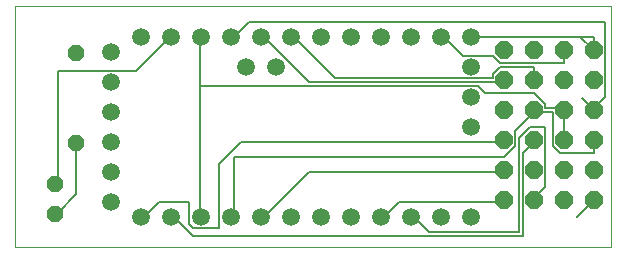
<source format=gtl>
G75*
%MOIN*%
%OFA0B0*%
%FSLAX25Y25*%
%IPPOS*%
%LPD*%
%AMOC8*
5,1,8,0,0,1.08239X$1,22.5*
%
%ADD10C,0.00000*%
%ADD11OC8,0.06000*%
%ADD12OC8,0.05200*%
%ADD13C,0.05937*%
%ADD14C,0.00500*%
D10*
X0024595Y0001256D02*
X0024595Y0081717D01*
X0223296Y0081717D01*
X0223296Y0001256D01*
X0024595Y0001256D01*
D11*
X0187595Y0016756D03*
X0197595Y0016756D03*
X0207595Y0016756D03*
X0217595Y0016756D03*
X0217595Y0026756D03*
X0207595Y0026756D03*
X0197595Y0026756D03*
X0187595Y0026756D03*
X0187595Y0036756D03*
X0197595Y0036756D03*
X0207595Y0036756D03*
X0217595Y0036756D03*
X0217595Y0046756D03*
X0207595Y0046756D03*
X0197595Y0046756D03*
X0187595Y0046756D03*
X0187595Y0056756D03*
X0197595Y0056756D03*
X0207595Y0056756D03*
X0217595Y0056756D03*
X0217595Y0066756D03*
X0207595Y0066756D03*
X0197595Y0066756D03*
X0187595Y0066756D03*
D12*
X0045095Y0065756D03*
X0045095Y0035756D03*
X0038095Y0022256D03*
X0038095Y0012256D03*
D13*
X0056595Y0016256D03*
X0066595Y0011256D03*
X0076595Y0011256D03*
X0086595Y0011256D03*
X0096595Y0011256D03*
X0106595Y0011256D03*
X0116595Y0011256D03*
X0126595Y0011256D03*
X0136595Y0011256D03*
X0146595Y0011256D03*
X0156595Y0011256D03*
X0166595Y0011256D03*
X0176595Y0011256D03*
X0176595Y0041256D03*
X0176595Y0051256D03*
X0176595Y0061256D03*
X0176595Y0071256D03*
X0166595Y0071256D03*
X0156595Y0071256D03*
X0146595Y0071256D03*
X0136595Y0071256D03*
X0126595Y0071256D03*
X0116595Y0071256D03*
X0106595Y0071256D03*
X0096595Y0071256D03*
X0086595Y0071256D03*
X0076595Y0071256D03*
X0066595Y0071256D03*
X0056595Y0066256D03*
X0056595Y0056256D03*
X0056595Y0046256D03*
X0056595Y0036256D03*
X0056595Y0026256D03*
X0101595Y0061256D03*
X0111595Y0061256D03*
D14*
X0107595Y0071256D02*
X0122595Y0056256D01*
X0187595Y0056256D01*
X0187595Y0056756D01*
X0183845Y0057506D02*
X0183845Y0058756D01*
X0186345Y0061256D01*
X0197595Y0061256D01*
X0197595Y0056756D01*
X0197595Y0052506D02*
X0181345Y0052506D01*
X0178845Y0055006D01*
X0086345Y0055006D01*
X0086345Y0011256D01*
X0086595Y0011256D01*
X0083845Y0007506D02*
X0082595Y0008756D01*
X0082595Y0016256D01*
X0072595Y0016256D01*
X0067595Y0011256D01*
X0066595Y0011256D01*
X0076595Y0011256D02*
X0077595Y0011256D01*
X0083845Y0005006D01*
X0193845Y0005006D01*
X0193845Y0032506D01*
X0197595Y0036256D01*
X0197595Y0036756D01*
X0196345Y0041256D02*
X0192595Y0037506D01*
X0192595Y0006256D01*
X0162595Y0006256D01*
X0157595Y0011256D01*
X0156595Y0011256D01*
X0152595Y0016256D02*
X0147595Y0011256D01*
X0146595Y0011256D01*
X0152595Y0016256D02*
X0187595Y0016256D01*
X0187595Y0016756D01*
X0197595Y0016756D02*
X0197595Y0017506D01*
X0201345Y0021256D01*
X0201345Y0041256D01*
X0196345Y0041256D01*
X0191345Y0040006D02*
X0191345Y0035006D01*
X0187595Y0031256D01*
X0097595Y0031256D01*
X0097595Y0011256D01*
X0096595Y0011256D01*
X0092595Y0007506D02*
X0092595Y0028756D01*
X0100095Y0036256D01*
X0187595Y0036256D01*
X0187595Y0036756D01*
X0191345Y0040006D02*
X0197595Y0046256D01*
X0197595Y0046756D01*
X0197595Y0046256D02*
X0203845Y0046256D01*
X0203845Y0035006D01*
X0206345Y0032506D01*
X0217595Y0032506D01*
X0217595Y0036756D01*
X0207595Y0036756D02*
X0207595Y0046756D01*
X0207595Y0047506D01*
X0201345Y0047506D01*
X0201345Y0048756D01*
X0197595Y0052506D01*
X0183845Y0057506D02*
X0131345Y0057506D01*
X0117595Y0071256D01*
X0116595Y0071256D01*
X0107595Y0071256D02*
X0106595Y0071256D01*
X0102595Y0076256D02*
X0097595Y0071256D01*
X0096595Y0071256D01*
X0102595Y0076256D02*
X0221345Y0076256D01*
X0221345Y0051256D01*
X0217595Y0047506D01*
X0217595Y0046756D01*
X0213595Y0050756D01*
X0207595Y0062506D02*
X0207595Y0066756D01*
X0207595Y0062506D02*
X0186345Y0062506D01*
X0183845Y0065006D01*
X0173845Y0065006D01*
X0167595Y0071256D01*
X0166595Y0071256D01*
X0176595Y0071256D02*
X0217595Y0071256D01*
X0217595Y0066756D01*
X0213095Y0071256D01*
X0187595Y0026756D02*
X0187595Y0026256D01*
X0122595Y0026256D01*
X0107595Y0011256D01*
X0106595Y0011256D01*
X0092595Y0007506D02*
X0083845Y0007506D01*
X0045095Y0018756D02*
X0045095Y0035756D01*
X0038845Y0022506D02*
X0038095Y0022256D01*
X0038845Y0022506D02*
X0038845Y0060006D01*
X0065095Y0060006D01*
X0076345Y0071256D01*
X0076595Y0071256D01*
X0086345Y0071256D02*
X0086595Y0071256D01*
X0086345Y0071256D02*
X0086345Y0055006D01*
X0045095Y0018756D02*
X0038845Y0012506D01*
X0038095Y0012256D01*
X0212095Y0011256D02*
X0217595Y0016756D01*
M02*

</source>
